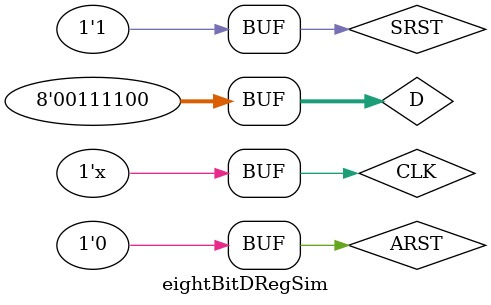
<source format=v>
`timescale 1ns / 1ps


module eightBitDRegSim(

    );
    
    wire [7:0] Q;
    reg SRST, ARST, CLK;
    reg [7:0] D;
    
    eightBitDReg UUT(.SRST(SRST), .ARST(ARST), .D(D), .CLK(CLK), .Q(Q));
    always
    begin
        #5 CLK=~CLK;
    end
    
    initial begin
        CLK=0;
        SRST=0;
        ARST=1;
        D=8'b00000000;
        #2;
        ARST=0;
        #10;
        D=8'b01101010;
        #10;
        D=8'b00111100;
        #10;
        SRST=1;
        #10;
        
    end
endmodule

</source>
